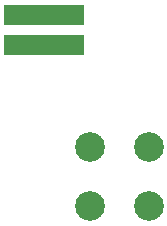
<source format=gbs>
G04 (created by PCBNEW (2013-09-18 BZR 4323)-product) date Mon 07 Oct 2013 06:48:44 PM PDT*
%MOIN*%
G04 Gerber Fmt 3.4, Leading zero omitted, Abs format*
%FSLAX34Y34*%
G01*
G70*
G90*
G04 APERTURE LIST*
%ADD10C,0.005906*%
%ADD11R,0.270000X0.070000*%
%ADD12C,0.098700*%
G04 APERTURE END LIST*
G54D10*
G54D11*
X1250Y8850D03*
X1250Y7850D03*
G54D12*
X4724Y4469D03*
X4724Y2501D03*
X2756Y2501D03*
X2756Y4469D03*
M02*

</source>
